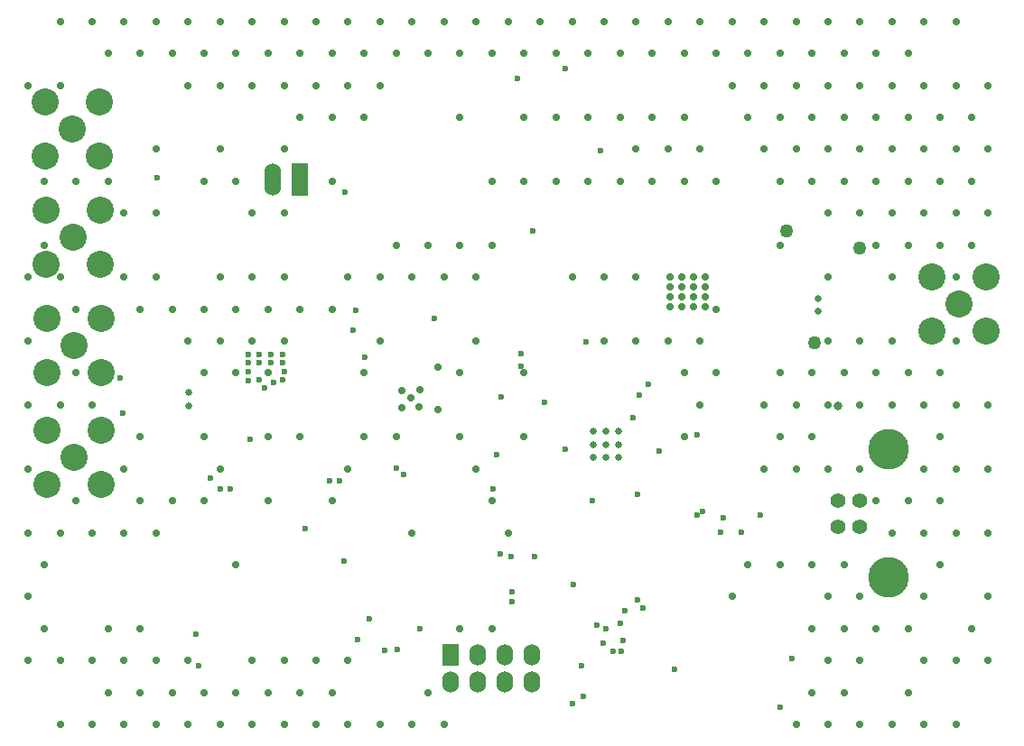
<source format=gbr>
G04 Layer_Color=16711935*
%FSLAX45Y45*%
%MOMM*%
%TF.FileFunction,Soldermask,Bot*%
%TF.Part,Single*%
G01*
G75*
%TA.AperFunction,ComponentPad*%
%ADD80C,1.39700*%
%ADD81C,3.81000*%
%ADD83R,1.52400X2.03200*%
%ADD84O,1.52400X2.03200*%
%ADD85R,1.52400X3.04800*%
%ADD86O,1.52400X3.04800*%
%ADD87C,2.54000*%
%TA.AperFunction,ViaPad*%
%ADD88C,0.66000*%
%ADD89C,0.70000*%
%ADD90C,0.60000*%
%ADD91C,1.27000*%
%ADD104C,0.80320*%
D80*
X7950000Y2319999D02*
D03*
X7750001D02*
D03*
X7749998Y2070000D02*
D03*
X7950000D02*
D03*
D81*
X8221000Y1593001D02*
D03*
Y2797001D02*
D03*
D83*
X4119000Y867000D02*
D03*
D84*
Y613000D02*
D03*
X4373000Y867000D02*
D03*
Y613000D02*
D03*
X4627000Y867000D02*
D03*
Y613000D02*
D03*
X4881000Y867000D02*
D03*
Y613000D02*
D03*
D85*
X2700000Y5330000D02*
D03*
D86*
X2446000D02*
D03*
D87*
X568602Y5804203D02*
D03*
X314602Y6058203D02*
D03*
Y5550203D02*
D03*
X822602D02*
D03*
Y6058203D02*
D03*
X583600Y2724201D02*
D03*
X329600Y2978201D02*
D03*
Y2470201D02*
D03*
X837600D02*
D03*
Y2978201D02*
D03*
X573602Y4789203D02*
D03*
X319602Y5043203D02*
D03*
Y4535203D02*
D03*
X827602D02*
D03*
Y5043203D02*
D03*
X583601Y3769202D02*
D03*
X329601Y4023202D02*
D03*
Y3515202D02*
D03*
X837601D02*
D03*
Y4023202D02*
D03*
X8885000Y4160000D02*
D03*
X8631000Y4414000D02*
D03*
Y3906000D02*
D03*
X9139000D02*
D03*
Y4414000D02*
D03*
D88*
X7560000Y4090000D02*
D03*
Y4210000D02*
D03*
X5450002Y2965001D02*
D03*
X5570001D02*
D03*
X5690001D02*
D03*
X5450002Y2845001D02*
D03*
X5570001D02*
D03*
X5690001D02*
D03*
X5450002Y2725001D02*
D03*
X5570001D02*
D03*
X5690001D02*
D03*
X1658601Y3209201D02*
D03*
Y3329201D02*
D03*
D89*
X9154988Y6214999D02*
D03*
Y5614999D02*
D03*
Y5014999D02*
D03*
Y3215000D02*
D03*
Y2615000D02*
D03*
Y2015000D02*
D03*
Y1415000D02*
D03*
Y815001D02*
D03*
X8854988Y6814999D02*
D03*
Y6214999D02*
D03*
X9004988Y5914999D02*
D03*
X8854988Y5614999D02*
D03*
X9004988Y5314999D02*
D03*
X8854988Y5014999D02*
D03*
X9004988Y4714999D02*
D03*
X8854988Y4415000D02*
D03*
Y3815000D02*
D03*
Y3215000D02*
D03*
Y2615000D02*
D03*
Y2015000D02*
D03*
X9004988Y1115001D02*
D03*
X8854988Y815001D02*
D03*
Y215001D02*
D03*
X8554988Y6814999D02*
D03*
Y6214999D02*
D03*
X8704988Y5914999D02*
D03*
X8554988Y5614999D02*
D03*
X8704988Y5314999D02*
D03*
X8554988Y5014999D02*
D03*
X8704988Y4714999D02*
D03*
Y3515000D02*
D03*
X8554988Y3215000D02*
D03*
X8704988Y2915000D02*
D03*
X8554988Y2615000D02*
D03*
X8704988Y2315000D02*
D03*
X8554988Y2015000D02*
D03*
X8704988Y1715000D02*
D03*
X8554988Y1415000D02*
D03*
Y815001D02*
D03*
Y215001D02*
D03*
X8254988Y6814999D02*
D03*
X8404988Y6514999D02*
D03*
X8254988Y6214999D02*
D03*
X8404988Y5914999D02*
D03*
X8254988Y5614999D02*
D03*
X8404988Y5314999D02*
D03*
X8254988Y5014999D02*
D03*
X8404988Y4714999D02*
D03*
X8254988Y4415000D02*
D03*
Y3815000D02*
D03*
X8404988Y3515000D02*
D03*
X8254988Y3215000D02*
D03*
X8404988Y2315000D02*
D03*
X8254988Y2015000D02*
D03*
X8404988Y1115001D02*
D03*
Y515001D02*
D03*
X8254988Y215001D02*
D03*
X7954988Y6814999D02*
D03*
X8104988Y6514999D02*
D03*
X7954988Y6214999D02*
D03*
X8104988Y5914999D02*
D03*
X7954988Y5614999D02*
D03*
X8104988Y5314999D02*
D03*
X7954988Y5014999D02*
D03*
X8104988Y4714999D02*
D03*
X7954988Y3815000D02*
D03*
X8104988Y3515000D02*
D03*
X7954988Y3215000D02*
D03*
Y2615000D02*
D03*
X8104988Y2315000D02*
D03*
X7954988Y1415000D02*
D03*
X8104988Y1115001D02*
D03*
X7954988Y815001D02*
D03*
Y215001D02*
D03*
X7654988Y6814999D02*
D03*
X7804988Y6514999D02*
D03*
X7654988Y6214999D02*
D03*
X7804988Y5914999D02*
D03*
X7654988Y5614999D02*
D03*
X7804988Y5314999D02*
D03*
X7654988Y5014999D02*
D03*
Y4415000D02*
D03*
Y3815000D02*
D03*
X7804988Y3515000D02*
D03*
X7654988Y3215000D02*
D03*
Y2615000D02*
D03*
X7804988Y1715000D02*
D03*
X7654988Y1415000D02*
D03*
X7804988Y1115001D02*
D03*
X7654988Y815001D02*
D03*
X7804988Y515001D02*
D03*
X7654988Y215001D02*
D03*
X7354988Y6814999D02*
D03*
X7504988Y6514999D02*
D03*
X7354988Y6214999D02*
D03*
X7504988Y5914999D02*
D03*
X7354988Y5614999D02*
D03*
X7504988Y5314999D02*
D03*
Y3515000D02*
D03*
X7354988Y3215000D02*
D03*
X7504988Y2915000D02*
D03*
X7354988Y2615000D02*
D03*
X7504988Y1715000D02*
D03*
Y1115001D02*
D03*
Y515001D02*
D03*
X7354988Y215001D02*
D03*
X7054988Y6814999D02*
D03*
X7204988Y6514999D02*
D03*
X7054988Y6214999D02*
D03*
X7204988Y5914999D02*
D03*
X7054988Y5614999D02*
D03*
X7204988Y5314999D02*
D03*
Y4714999D02*
D03*
Y3515000D02*
D03*
X7054988Y3215000D02*
D03*
X7204988Y2915000D02*
D03*
X7054988Y2615000D02*
D03*
X7204988Y1715000D02*
D03*
X6754988Y6814999D02*
D03*
X6904988Y6514999D02*
D03*
X6754988Y6214999D02*
D03*
X6904988Y5914999D02*
D03*
Y1715000D02*
D03*
X6754988Y1415000D02*
D03*
X6454988Y6814999D02*
D03*
X6604988Y6514999D02*
D03*
X6454988Y5614999D02*
D03*
X6604988Y5314999D02*
D03*
Y4115000D02*
D03*
X6454988Y3815000D02*
D03*
X6604988Y3515000D02*
D03*
X6454988Y3215000D02*
D03*
X6154988Y6814999D02*
D03*
X6304988Y6514999D02*
D03*
Y5914999D02*
D03*
X6154988Y5614999D02*
D03*
X6304988Y5314999D02*
D03*
X6154988Y3815000D02*
D03*
X6304988Y3515000D02*
D03*
Y2915000D02*
D03*
X5854989Y6814999D02*
D03*
X6004988Y6514999D02*
D03*
Y5914999D02*
D03*
X5854989Y5614999D02*
D03*
X6004988Y5314999D02*
D03*
X5854989Y4415000D02*
D03*
Y3815000D02*
D03*
X5554989Y6814999D02*
D03*
X5704989Y6514999D02*
D03*
Y5914999D02*
D03*
Y5314999D02*
D03*
X5554989Y4415000D02*
D03*
Y3815000D02*
D03*
X5254989Y6814999D02*
D03*
X5404989Y6514999D02*
D03*
Y5914999D02*
D03*
Y5314999D02*
D03*
X5254989Y4415000D02*
D03*
X4954989Y6814999D02*
D03*
X5104989Y6514999D02*
D03*
Y5914999D02*
D03*
Y5314999D02*
D03*
X4654989Y6814999D02*
D03*
X4804989Y6514999D02*
D03*
Y5914999D02*
D03*
Y5314999D02*
D03*
Y3515000D02*
D03*
Y2915000D02*
D03*
X4654989Y2015000D02*
D03*
X4354989Y6814999D02*
D03*
X4504989Y6514999D02*
D03*
Y5314999D02*
D03*
Y4714999D02*
D03*
X4354989Y4415000D02*
D03*
Y3815000D02*
D03*
Y2615000D02*
D03*
X4504989Y2315000D02*
D03*
Y1115001D02*
D03*
X4054989Y6814999D02*
D03*
X4204989Y6514999D02*
D03*
Y5914999D02*
D03*
Y4714999D02*
D03*
X4054989Y4415000D02*
D03*
X4204989Y3515000D02*
D03*
Y2915000D02*
D03*
Y1115001D02*
D03*
X4054989Y215001D02*
D03*
X3754989Y6814999D02*
D03*
X3904989Y6514999D02*
D03*
Y4714999D02*
D03*
X3754989Y4415000D02*
D03*
Y2015000D02*
D03*
X3904989Y515001D02*
D03*
X3754989Y215001D02*
D03*
X3454989Y6814999D02*
D03*
X3604989Y6514999D02*
D03*
X3454989Y6214999D02*
D03*
X3604989Y4714999D02*
D03*
X3454989Y4415000D02*
D03*
Y3815000D02*
D03*
X3604989Y2915000D02*
D03*
X3454989Y215001D02*
D03*
X3154989Y6814999D02*
D03*
X3304989Y6514999D02*
D03*
X3154989Y6214999D02*
D03*
X3304989Y5914999D02*
D03*
X3154989Y4415000D02*
D03*
X3304989Y3515000D02*
D03*
Y2915000D02*
D03*
X3154989Y2615000D02*
D03*
Y815001D02*
D03*
Y215001D02*
D03*
X2854989Y6814999D02*
D03*
X3004989Y6514999D02*
D03*
X2854989Y6214999D02*
D03*
X3004989Y5914999D02*
D03*
Y5314999D02*
D03*
Y4115000D02*
D03*
Y2315000D02*
D03*
X2854989Y815001D02*
D03*
X3004989Y515001D02*
D03*
X2854989Y215001D02*
D03*
X2554990Y6814999D02*
D03*
X2704990Y6514999D02*
D03*
X2554990Y6214999D02*
D03*
X2704990Y5914999D02*
D03*
X2554990Y5614999D02*
D03*
Y5014999D02*
D03*
Y4415000D02*
D03*
X2704990Y4115000D02*
D03*
X2554990Y3815000D02*
D03*
X2704990Y2915000D02*
D03*
X2554990Y815001D02*
D03*
X2704990Y515001D02*
D03*
X2554990Y215001D02*
D03*
X2254990Y6814999D02*
D03*
X2404990Y6514999D02*
D03*
X2254990Y6214999D02*
D03*
Y5014999D02*
D03*
Y4415000D02*
D03*
X2404990Y4115000D02*
D03*
X2254990Y3815000D02*
D03*
X2404990Y3515000D02*
D03*
Y2915000D02*
D03*
Y2315000D02*
D03*
X2254990Y815001D02*
D03*
X2404990Y515001D02*
D03*
X2254990Y215001D02*
D03*
X1954990Y6814999D02*
D03*
X2104990Y6514999D02*
D03*
X1954990Y6214999D02*
D03*
Y5614999D02*
D03*
X2104990Y5314999D02*
D03*
X1954990Y4415000D02*
D03*
X2104990Y4115000D02*
D03*
X1954990Y3815000D02*
D03*
X2104990Y3515000D02*
D03*
X1954990Y2615000D02*
D03*
X2104990Y1715000D02*
D03*
Y515001D02*
D03*
X1954990Y215001D02*
D03*
X1654990Y6814999D02*
D03*
X1804990Y6514999D02*
D03*
X1654990Y6214999D02*
D03*
X1804990Y5314999D02*
D03*
Y4115000D02*
D03*
X1654990Y3815000D02*
D03*
X1804990Y3515000D02*
D03*
Y2915000D02*
D03*
Y2315000D02*
D03*
X1654990Y815001D02*
D03*
X1804990Y515001D02*
D03*
X1654990Y215001D02*
D03*
X1354990Y6814999D02*
D03*
X1504990Y6514999D02*
D03*
X1354990Y5614999D02*
D03*
Y5014999D02*
D03*
Y4415000D02*
D03*
X1504990Y4115000D02*
D03*
Y2315000D02*
D03*
X1354990Y2015000D02*
D03*
Y815001D02*
D03*
X1504990Y515001D02*
D03*
X1354990Y215001D02*
D03*
X1054990Y6814999D02*
D03*
X1204990Y6514999D02*
D03*
X1054990Y5014999D02*
D03*
Y4415000D02*
D03*
X1204990Y4115000D02*
D03*
Y2915000D02*
D03*
X1054990Y2615000D02*
D03*
X1204990Y2315000D02*
D03*
X1054990Y2015000D02*
D03*
X1204990Y1115001D02*
D03*
X1054990Y815001D02*
D03*
X1204990Y515001D02*
D03*
X1054990Y215001D02*
D03*
X754990Y6814999D02*
D03*
X904990Y6514999D02*
D03*
Y5314999D02*
D03*
X754990Y3215000D02*
D03*
Y2015000D02*
D03*
X904990Y1115001D02*
D03*
X754990Y815001D02*
D03*
X904990Y515001D02*
D03*
X754990Y215001D02*
D03*
X454990Y6814999D02*
D03*
Y6214999D02*
D03*
X604990Y5314999D02*
D03*
X454990Y4415000D02*
D03*
X604990Y4115000D02*
D03*
Y3515000D02*
D03*
X454990Y3215000D02*
D03*
X604990Y2315000D02*
D03*
X454990Y2015000D02*
D03*
Y815001D02*
D03*
Y215001D02*
D03*
X154990Y6214999D02*
D03*
X304990Y5314999D02*
D03*
Y4714999D02*
D03*
X154990Y4415000D02*
D03*
Y3815000D02*
D03*
Y3215000D02*
D03*
Y2615000D02*
D03*
Y2015000D02*
D03*
X304990Y1715000D02*
D03*
X154990Y1415000D02*
D03*
X304990Y1115001D02*
D03*
X154990Y815001D02*
D03*
X3817612Y3192443D02*
D03*
X3657612Y3189942D02*
D03*
X3745001Y3280001D02*
D03*
X3825001Y3355001D02*
D03*
X3660001Y3350001D02*
D03*
X6500001Y4135001D02*
D03*
Y4230001D02*
D03*
Y4420001D02*
D03*
Y4325002D02*
D03*
X6395001Y4135001D02*
D03*
Y4230001D02*
D03*
Y4420001D02*
D03*
Y4325002D02*
D03*
X6280001Y4135001D02*
D03*
Y4230001D02*
D03*
Y4420001D02*
D03*
Y4325002D02*
D03*
X6175001D02*
D03*
Y4420001D02*
D03*
Y4230001D02*
D03*
Y4135001D02*
D03*
X4000001Y3565001D02*
D03*
X3995001Y3172500D02*
D03*
D90*
X7019987Y2179996D02*
D03*
X2555001Y3530001D02*
D03*
X4550001Y2750001D02*
D03*
X4780001Y3700001D02*
D03*
X4780003Y3575001D02*
D03*
X4885001Y4850001D02*
D03*
X3832008Y1115375D02*
D03*
X3495001Y910001D02*
D03*
X3615001Y915001D02*
D03*
X2235001Y2895001D02*
D03*
X5390001Y3805001D02*
D03*
X5265001Y1530001D02*
D03*
X3315001Y3665001D02*
D03*
X3965001Y4025001D02*
D03*
X3230001Y4100001D02*
D03*
X3205001Y3920001D02*
D03*
X7210001Y380001D02*
D03*
X5525001Y5600001D02*
D03*
X4900001Y1790001D02*
D03*
X5195001Y6375001D02*
D03*
X5735001Y1000001D02*
D03*
X4593605Y3289204D02*
D03*
X4515001Y2425001D02*
D03*
X3075001Y2500001D02*
D03*
X2980001Y2505001D02*
D03*
X1365001Y5350001D02*
D03*
X1015001Y3470001D02*
D03*
X2050001Y2425001D02*
D03*
X1045001Y3140001D02*
D03*
X1865001Y2530001D02*
D03*
X3245001Y1015001D02*
D03*
X3355001Y1205001D02*
D03*
X3675001Y2560001D02*
D03*
X3610001Y2620001D02*
D03*
X6649987Y2019996D02*
D03*
X6845001Y2020001D02*
D03*
X6430000Y2180000D02*
D03*
X6480001Y2215001D02*
D03*
X6670001Y2155001D02*
D03*
X4695001Y1460001D02*
D03*
Y1370001D02*
D03*
X1755001Y765001D02*
D03*
X5000001Y3235001D02*
D03*
X5868602Y2376398D02*
D03*
X5448602Y2314203D02*
D03*
X6073602Y2779203D02*
D03*
X5973603Y3409204D02*
D03*
X5888602Y3305564D02*
D03*
X5705001Y1165001D02*
D03*
X5750001Y1285001D02*
D03*
X5575001Y1115001D02*
D03*
X5490001Y1150001D02*
D03*
X5870001Y1385001D02*
D03*
X4680001Y1790001D02*
D03*
X7315001Y835001D02*
D03*
X5640002Y904851D02*
D03*
X5359989Y479999D02*
D03*
X5715001Y900001D02*
D03*
X5255001Y410001D02*
D03*
X5920001Y1305001D02*
D03*
X6220001Y735001D02*
D03*
X5345001Y765001D02*
D03*
X4585001Y1820001D02*
D03*
X1960001Y2430001D02*
D03*
X3120001Y1745001D02*
D03*
X2755001Y2050001D02*
D03*
X1725001Y1065001D02*
D03*
X4745001Y6280001D02*
D03*
X3125001Y5210001D02*
D03*
X6430001Y2930001D02*
D03*
X5188604Y2799204D02*
D03*
X5822501Y3095001D02*
D03*
X5550001Y975001D02*
D03*
X2220001Y3685001D02*
D03*
X2325001Y3690001D02*
D03*
X2435001D02*
D03*
X2545001D02*
D03*
Y3615001D02*
D03*
X2435001D02*
D03*
X2325001D02*
D03*
X2220001Y3610001D02*
D03*
Y3530001D02*
D03*
X2545001Y3450001D02*
D03*
X2460001Y3425001D02*
D03*
X2325001Y3450001D02*
D03*
X2220001Y3445001D02*
D03*
X2375001Y3375001D02*
D03*
D91*
X7530001Y3795001D02*
D03*
X7955001Y4690001D02*
D03*
X7265001Y4850001D02*
D03*
D104*
X7750001Y3205002D02*
D03*
%TF.MD5,c1c5b0f662ef95e1dcdb4fecad9ddbb7*%
M02*

</source>
